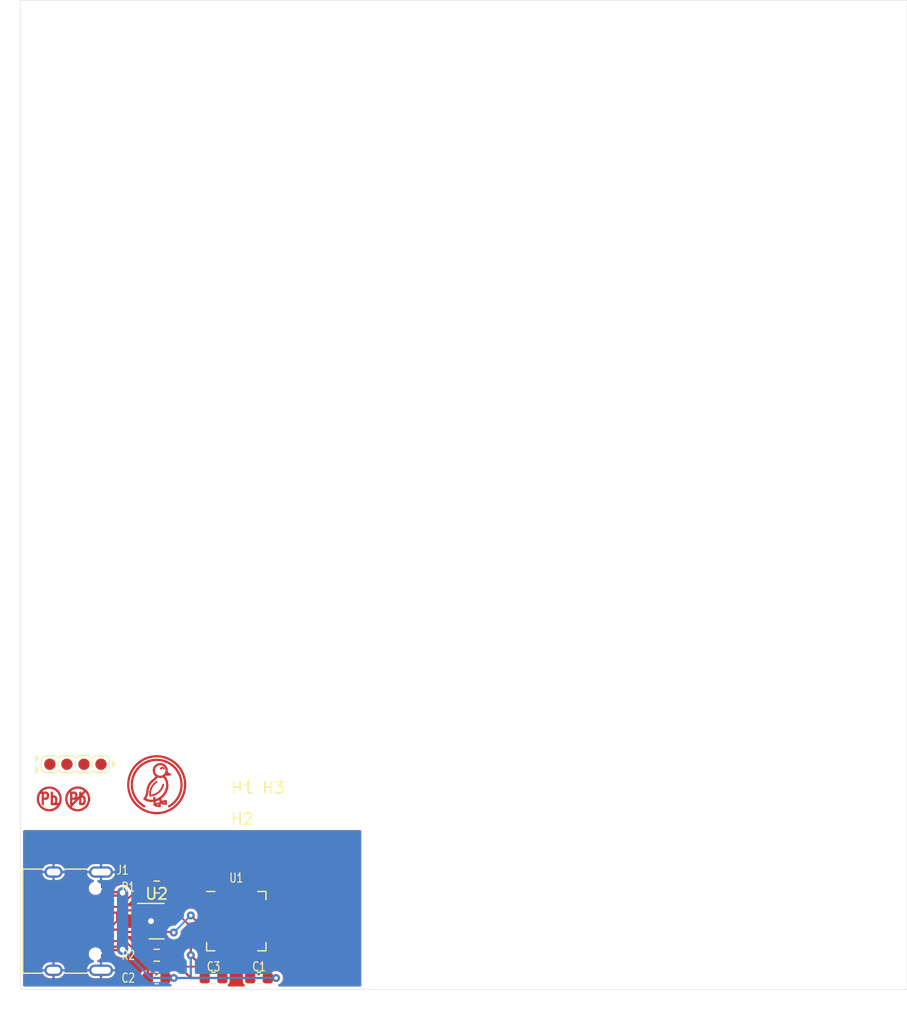
<source format=kicad_pcb>
(kicad_pcb (version 20211014) (generator pcbnew)
  (layers (0 "F.Cu" signal "Front") (31 "B.Cu" signal "Back") (34 "B.Paste" user) (35 "F.Paste" user) (36 "B.SilkS" user "B.Silkscreen") (37 "F.SilkS" user "F.Silkscreen") (38 "B.Mask" user) (39 "F.Mask" user) (44 "Edge.Cuts" user))
  (net 0 "")
  (net 1 "gnd")
  (net 2 "usb_chain_0.d_N")
  (net 3 "vusb")
  (net 4 "usb_chain_0.d_P")
  (net 5 "usbconv.uart.tx")
  (net 6 "usbconv.uart.rx")
  (net 7 "usbconv.rts")
  (net 8 "usbconv.ri")
  (net 9 "usbconv.ic.vdd")
  (net 10 "usbconv.dtr")
  (net 11 "usbconv.dsr")
  (net 12 "usbconv.dcd")
  (net 13 "usbconv.cts")
  (net 14 "usb_uart.conn.B5")
  (net 15 "usb_uart.conn.A5")
  (footprint "edg:Indicator_IdDots_4" (layer "F.Cu") (at 30.85 168.2)
    (fp_text reference "U5" hide)
    (fp_text value "IdDots4")
    (fp_circle (center -2.25 0) (end -2 0) (layer "F.Cu") (width 0.5) (fill none))
    (fp_circle (center 0.75 0) (end 1 0) (layer "F.Cu") (width 0.5) (fill none))
    (fp_circle (center 2.25 0) (end 2.5 0) (layer "F.Cu") (width 0.5) (fill none))
    (fp_circle (center -0.75 0) (end -0.5 0) (layer "F.Cu") (width 0.5) (fill none))
    (fp_line (start 1.5 0.5) (end 1.75 0.75) (layer "F.SilkS") (width 0.1))
    (fp_line (start 3.5 0) (end 3.25 0.25) (layer "F.SilkS") (width 0.1))
    (fp_line (start -1.75 -0.75) (end -2.75 -0.75) (layer "F.SilkS") (width 0.1))
    (fp_line (start -1.5 0.5) (end -1.25 0.75) (layer "F.SilkS") (width 0.1))
    (fp_line (start -1.5 0.25) (end -1.5 -0.25) (layer "F.SilkS") (width 0.1))
    (fp_line (start -3.5 -0.75) (end -3.25 -0.5) (layer "F.SilkS") (width 0.1))
    (fp_line (start 2.75 -0.75) (end 1.75 -0.75) (layer "F.SilkS") (width 0.1))
    (fp_line (start -1.25 0.75) (end -0.25 0.75) (layer "F.SilkS") (width 0.1))
    (fp_line (start 0 0.5) (end 0.25 0.75) (layer "F.SilkS") (width 0.1))
    (fp_line (start -1.75 0.75) (end -1.5 0.5) (layer "F.SilkS") (width 0.1))
    (fp_line (start -0.25 0.75) (end 0 0.5) (layer "F.SilkS") (width 0.1))
    (fp_line (start 3.25 0.25) (end 3.25 -0.25) (layer "F.SilkS") (width 0.1))
    (fp_line (start -0.25 -0.75) (end -1.25 -0.75) (layer "F.SilkS") (width 0.1))
    (fp_line (start 1.75 0.75) (end 2.75 0.75) (layer "F.SilkS") (width 0.1))
    (fp_line (start 1.5 0.25) (end 1.5 -0.25) (layer "F.SilkS") (width 0.1))
    (fp_line (start -3 -0.5) (end -3 0.5) (layer "F.SilkS") (width 0.1))
    (fp_line (start 1.25 -0.75) (end 0.25 -0.75) (layer "F.SilkS") (width 0.1))
    (fp_line (start 0.25 -0.75) (end 0 -0.5) (layer "F.SilkS") (width 0.1))
    (fp_line (start -1.25 -0.75) (end -1.5 -0.5) (layer "F.SilkS") (width 0.1))
    (fp_line (start 3 -0.5) (end 2.75 -0.75) (layer "F.SilkS") (width 0.1))
    (fp_line (start 1.5 -0.5) (end 1.25 -0.75) (layer "F.SilkS") (width 0.1))
    (fp_line (start 1.75 -0.75) (end 1.5 -0.5) (layer "F.SilkS") (width 0.1))
    (fp_line (start -3.5 -0.25) (end -3.5 -0.75) (layer "F.SilkS") (width 0.1))
    (fp_line (start -3.5 0.75) (end -3.5 0.25) (layer "F.SilkS") (width 0.1))
    (fp_line (start -2.75 -0.75) (end -3 -0.5) (layer "F.SilkS") (width 0.1))
    (fp_line (start 3.25 -0.25) (end 3.5 0) (layer "F.SilkS") (width 0.1))
    (fp_line (start -1.5 -0.5) (end -1.75 -0.75) (layer "F.SilkS") (width 0.1))
    (fp_line (start 2.75 0.75) (end 3 0.5) (layer "F.SilkS") (width 0.1))
    (fp_line (start 0 -0.5) (end -0.25 -0.75) (layer "F.SilkS") (width 0.1))
    (fp_line (start 0 0.25) (end 0 -0.25) (layer "F.SilkS") (width 0.1))
    (fp_line (start -3.25 -0.5) (end -3.5 -0.25) (layer "F.SilkS") (width 0.1))
    (fp_line (start -2.75 0.75) (end -1.75 0.75) (layer "F.SilkS") (width 0.1))
    (fp_line (start 1.25 0.75) (end 1.5 0.5) (layer "F.SilkS") (width 0.1))
    (fp_line (start 3 0.5) (end 3 -0.5) (layer "F.SilkS") (width 0.1))
    (fp_line (start -3 0.5) (end -2.75 0.75) (layer "F.SilkS") (width 0.1))
    (fp_line (start -3.25 0.5) (end -3.5 0.75) (layer "F.SilkS") (width 0.1))
    (fp_line (start 0.25 0.75) (end 1.25 0.75) (layer "F.SilkS") (width 0.1))
    (fp_line (start -3.5 0.25) (end -3.25 0.5) (layer "F.SilkS") (width 0.1))
  )
  (footprint "edg:Indicator_LeadFree" (layer "F.Cu") (at 29.8 171.25)
    (fp_text reference "U4" hide)
    (fp_text value "LeadFree" hide)
    (fp_text user "Pb" (at 1.25 0) (layer "F.Cu") (effects (font (size 1 0.8) (thickness 0.2))))
    (fp_text user "Pb" (at -1.25 0) (layer "F.Cu") (effects (font (size 1 0.8) (thickness 0.2))))
    (fp_line (start 0.6 0.7) (end 1.9 -0.7) (layer "F.Cu") (width 0.2))
    (fp_line (start -2.05 -0.55) (end -1.8 -0.55) (layer "F.Cu") (width 0.2))
    (fp_line (start -0.8 0.45) (end -0.4 0.45) (layer "F.Cu") (width 0.2))
    (fp_circle (center -1.25 0) (end -0.25 0) (layer "F.Cu") (width 0.2) (fill none))
    (fp_circle (center 1.25 0) (end 2.25 0) (layer "F.Cu") (width 0.2) (fill none))
  )
  (footprint "Resistor_SMD:R_0603_1608Metric" (layer "F.Cu") (at 38 185 180)
    (fp_text reference "R2" (at 2.5 0) (layer "F.SilkS") (effects (font (size 0.8 0.6) (thickness 0.1))))
    (fp_text value "")
    (fp_line (start -0.237258 0.5225) (end 0.237258 0.5225) (layer "F.SilkS") (width 0.12))
    (fp_line (start -0.237258 -0.5225) (end 0.237258 -0.5225) (layer "F.SilkS") (width 0.12))
    (pad "1" smd roundrect (at -0.825 0 180) (size 0.8 0.95) (layers "F.Cu" "F.Paste" "F.Mask") (net 1 "gnd"))
    (pad "2" smd roundrect (at 0.825 0 180) (size 0.8 0.95) (layers "F.Cu" "F.Paste" "F.Mask") (net 14 "usb_uart.conn.B5"))
  )
  (footprint "edg:JlcToolingHole_1.152mm" (layer "F.Cu") (at 45.525 171.025)
    (fp_text reference "H2" (at 0 2) (layer "F.SilkS"))
    (fp_text value "")
    (pad "" np_thru_hole circle locked (at 0 0) (size 1.152 1.152) (drill 1.152) (layers *.Cu *.Mask))
  )
  (footprint "edg:Symbol_Duckling" (layer "F.Cu") (at 38 170)
    (fp_text reference "U3" hide)
    (fp_text value "Duck" hide)
    (fp_line (start 0.937407 0.022451) (end 0.895035 -0.27405) (layer "F.Cu") (width 0.2))
    (fp_line (start -0.150743 1.768905) (end -0.2 1.39571) (layer "F.Cu") (width 0.2))
    (fp_line (start -0.807277 1.374087) (end -0.51095 1.424715) (layer "F.Cu") (width 0.2))
    (fp_line (start 0.895035 -0.27405) (end 0.778054 -0.54137) (layer "F.Cu") (width 0.2))
    (fp_line (start 0.382558 1.56145) (end 0.273702 1.202597) (layer "F.Cu") (width 0.2))
    (fp_line (start 0.379085 1.128065) (end 0.614398 0.900241) (layer "F.Cu") (width 0.2))
    (fp_line (start -0.201673 1.39873) (end 0.101295 1.297751) (layer "F.Cu") (width 0.2))
    (fp_line (start 0.792579 0.628467) (end 0.902531 0.329667) (layer "F.Cu") (width 0.2))
    (fp_line (start 0.902531 0.329667) (end 0.937407 0.022451) (layer "F.Cu") (width 0.2))
    (fp_line (start -0.2 1.39571) (end -0.212004 1.146914) (layer "F.Cu") (width 0.2))
    (fp_line (start -0.51095 1.424715) (end -0.201673 1.39873) (layer "F.Cu") (width 0.2))
    (fp_line (start -1.072198 1.25) (end -0.807277 1.374087) (layer "F.Cu") (width 0.2))
    (fp_line (start 0.778054 -0.54137) (end 0.59375 -0.762861) (layer "F.Cu") (width 0.2))
    (fp_line (start 0.101295 1.297751) (end 0.379085 1.128065) (layer "F.Cu") (width 0.2))
    (fp_line (start 0.614398 0.900241) (end 0.792579 0.628467) (layer "F.Cu") (width 0.2))
    (fp_arc (start 0.820058 1.68645) (mid 0.757558 1.62395) (end 0.820058 1.56145) (layer "F.Cu") (width 0.16))
    (fp_arc (start 0.575946 0.000734) (mid 0.159981 0.670103) (end -0.573812 0.957555) (layer "F.Cu") (width 0.16))
    (fp_arc (start -0.213115 1.768832) (mid 0.02807 1.671354) (end 0.286757 1.643905) (layer "F.Cu") (width 0.16))
    (fp_arc (start 1.178844 -0.891296) (mid 0.969127 -0.866753) (end 0.763205 -0.913443) (layer "F.Cu") (width 0.16))
    (fp_arc (start 0.819911 1.686455) (mid 0.561228 1.658966) (end 0.320058 1.56145) (layer "F.Cu") (width 0.16))
    (fp_arc (start -0.809366 0.547561) (mid -0.66162 0.021386) (end -0.303506 -0.391461) (layer "F.Cu") (width 0.2))
    (fp_arc (start 0.28661 1.89391) (mid 0.027927 1.866421) (end -0.213243 1.768905) (layer "F.Cu") (width 0.16))
    (fp_arc (start 0.320186 1.561377) (mid 0.561371 1.463899) (end 0.820058 1.43645) (layer "F.Cu") (width 0.16))
    (fp_arc (start -0.573838 0.957346) (mid -0.465724 0.276787) (end -0.013396 -0.243068) (layer "F.Cu") (width 0.16))
    (fp_arc (start 0.37926 -1.407352) (mid 0.5 -1.499999) (end 0.62074 -1.407352) (layer "F.Cu") (width 0.16))
    (fp_arc (start 0.820058 1.56145) (mid 0.757558 1.49895) (end 0.820058 1.43645) (layer "F.Cu") (width 0.16))
    (fp_arc (start 0.286757 1.893905) (mid 0.224257 1.831405) (end 0.286757 1.768905) (layer "F.Cu") (width 0.16))
    (fp_arc (start 0.286757 1.768905) (mid 0.224257 1.706405) (end 0.286757 1.643905) (layer "F.Cu") (width 0.16))
    (fp_arc (start 0.03125 -0.762861) (mid -0.117369 -0.560252) (end -0.303506 -0.391461) (layer "F.Cu") (width 0.2))
    (fp_arc (start -0.809364 0.547562) (mid -0.886856 0.918958) (end -1.072198 1.25) (layer "F.Cu") (width 0.2))
    (fp_arc (start 1.178836 -0.891151) (mid 1.000173 -1.003684) (end 0.869178 -1.169286) (layer "F.Cu") (width 0.16))
    (fp_arc (start -1.09375 1.894429) (mid 0.000001 -2.187499) (end 1.093749 1.89443) (layer "F.Cu") (width 0.2))
    (fp_circle (center 0.3125 -1.25) (end 0.875 -1.25) (layer "F.Cu") (width 0.2) (fill none))
    (fp_circle (center 0 0) (end 2.5 0) (layer "F.Cu") (width 0.2) (fill none))
  )
  (footprint "Resistor_SMD:R_0603_1608Metric" (layer "F.Cu") (at 38 179 180)
    (fp_text reference "R1" (at 2.5 0) (layer "F.SilkS") (effects (font (size 0.8 0.6) (thickness 0.1))))
    (fp_text value "")
    (fp_line (start -0.237258 0.5225) (end 0.237258 0.5225) (layer "F.SilkS") (width 0.12))
    (fp_line (start -0.237258 -0.5225) (end 0.237258 -0.5225) (layer "F.SilkS") (width 0.12))
    (pad "1" smd roundrect (at -0.825 0 180) (size 0.8 0.95) (layers "F.Cu" "F.Paste" "F.Mask") (net 1 "gnd"))
    (pad "2" smd roundrect (at 0.825 0 180) (size 0.8 0.95) (layers "F.Cu" "F.Paste" "F.Mask") (net 15 "usb_uart.conn.A5"))
  )
  (footprint "Capacitor_SMD:C_0603_1608Metric" (layer "F.Cu") (at 38 187 180)
    (fp_text reference "C2" (at 2.5 0) (layer "F.SilkS") (effects (font (size 0.8 0.6) (thickness 0.1))))
    (fp_text value "")
    (fp_line (start -0.14058 -0.51) (end 0.14058 -0.51) (layer "F.SilkS") (width 0.12))
    (fp_line (start -0.14058 0.51) (end 0.14058 0.51) (layer "F.SilkS") (width 0.12))
    (pad "1" smd roundrect (at -0.775 0 180) (size 0.9 0.95) (layers "F.Cu" "F.Paste" "F.Mask") (net 3 "vusb"))
    (pad "2" smd roundrect (at 0.775 0 180) (size 0.9 0.95) (layers "F.Cu" "F.Paste" "F.Mask") (net 1 "gnd"))
  )
  (footprint "Capacitor_SMD:C_0603_1608Metric" (layer "F.Cu") (at 47 187 180)
    (fp_text reference "C1" (at 0 1) (layer "F.SilkS") (effects (font (size 0.8 0.6) (thickness 0.1))))
    (fp_text value "")
    (fp_line (start -0.14058 0.51) (end 0.14058 0.51) (layer "F.SilkS") (width 0.12))
    (fp_line (start -0.14058 -0.51) (end 0.14058 -0.51) (layer "F.SilkS") (width 0.12))
    (pad "1" smd roundrect (at -0.775 0 180) (size 0.9 0.95) (layers "F.Cu" "F.Paste" "F.Mask") (net 3 "vusb"))
    (pad "2" smd roundrect (at 0.775 0 180) (size 0.9 0.95) (layers "F.Cu" "F.Paste" "F.Mask") (net 1 "gnd"))
  )
  (footprint "edg:JlcToolingHole_1.152mm" (layer "F.Cu") (at 48.275 168.275)
    (fp_text reference "H3" (at 0 2) (layer "F.SilkS"))
    (fp_text value "")
    (pad "" np_thru_hole circle locked (at 0 0) (size 1.152 1.152) (drill 1.152) (layers *.Cu *.Mask))
  )
  (footprint "Connector_USB:USB_C_Receptacle_XKB_U262-16XN-4BVC11" (layer "F.Cu") (at 30 182 -90)
    (fp_text reference "J1" (at -4.5 -5) (layer "F.SilkS") (effects (font (size 0.8 0.6) (thickness 0.1))))
    (fp_text value "COM-15111 (Sparkfun)")
    (fp_line (start 4.58 0.07) (end 4.58 -1.85) (layer "F.SilkS") (width 0.12))
    (fp_line (start 4.58 3.785) (end -4.58 3.785) (layer "F.SilkS") (width 0.12))
    (fp_line (start -4.58 3.785) (end -4.58 2.08) (layer "F.SilkS") (width 0.12))
    (fp_line (start -4.58 -1.85) (end -4.58 0.07) (layer "F.SilkS") (width 0.12))
    (fp_line (start 4.58 2.08) (end 4.58 3.785) (layer "F.SilkS") (width 0.12))
    (pad "" np_thru_hole circle (at 2.89 -2.605 270) (size 0.65 0.65) (drill 0.65) (layers *.Cu *.Mask))
    (pad "" np_thru_hole circle (at -2.89 -2.605 270) (size 0.65 0.65) (drill 0.65) (layers *.Cu *.Mask))
    (pad "A1" smd rect (at -3.35 -3.67 270) (size 0.3 1.15) (layers "F.Cu" "F.Paste" "F.Mask") (net 1 "gnd"))
    (pad "A4" smd rect (at -2.55 -3.67 270) (size 0.3 1.15) (layers "F.Cu" "F.Paste" "F.Mask") (net 3 "vusb"))
    (pad "A5" smd rect (at -1.25 -3.67 270) (size 0.3 1.15) (layers "F.Cu" "F.Paste" "F.Mask") (net 15 "usb_uart.conn.A5"))
    (pad "A6" smd rect (at -0.25 -3.67 270) (size 0.3 1.15) (layers "F.Cu" "F.Paste" "F.Mask") (net 4 "usb_chain_0.d_P"))
    (pad "A7" smd rect (at 0.25 -3.67 270) (size 0.3 1.15) (layers "F.Cu" "F.Paste" "F.Mask") (net 2 "usb_chain_0.d_N"))
    (pad "A8" smd rect (at 1.25 -3.67 270) (size 0.3 1.15) (layers "F.Cu" "F.Paste" "F.Mask"))
    (pad "A9" smd rect (at 2.55 -3.67 270) (size 0.3 1.15) (layers "F.Cu" "F.Paste" "F.Mask") (net 3 "vusb"))
    (pad "A12" smd rect (at 3.35 -3.67 270) (size 0.3 1.15) (layers "F.Cu" "F.Paste" "F.Mask") (net 1 "gnd"))
    (pad "B1" smd rect (at 3.05 -3.67 270) (size 0.3 1.15) (layers "F.Cu" "F.Paste" "F.Mask") (net 1 "gnd"))
    (pad "B4" smd rect (at 2.25 -3.67 270) (size 0.3 1.15) (layers "F.Cu" "F.Paste" "F.Mask") (net 3 "vusb"))
    (pad "B5" smd rect (at 1.75 -3.67 270) (size 0.3 1.15) (layers "F.Cu" "F.Paste" "F.Mask") (net 14 "usb_uart.conn.B5"))
    (pad "B6" smd rect (at 0.75 -3.67 270) (size 0.3 1.15) (layers "F.Cu" "F.Paste" "F.Mask") (net 4 "usb_chain_0.d_P"))
    (pad "B7" smd rect (at -0.75 -3.67 270) (size 0.3 1.15) (layers "F.Cu" "F.Paste" "F.Mask") (net 2 "usb_chain_0.d_N"))
    (pad "B8" smd rect (at -1.75 -3.67 270) (size 0.3 1.15) (layers "F.Cu" "F.Paste" "F.Mask"))
    (pad "B9" smd rect (at -2.25 -3.67 270) (size 0.3 1.15) (layers "F.Cu" "F.Paste" "F.Mask") (net 3 "vusb"))
    (pad "B12" smd rect (at -3.05 -3.67 270) (size 0.3 1.15) (layers "F.Cu" "F.Paste" "F.Mask") (net 1 "gnd"))
    (pad "S1" thru_hole oval (at 4.32 -3.105 270) (size 1 2.1) (drill oval 0.6 1.7) (layers *.Cu *.Mask) (net 1 "gnd"))
    (pad "S1" thru_hole oval (at 4.32 1.075 270) (size 1 1.6) (drill oval 0.6 1.2) (layers *.Cu *.Mask) (net 1 "gnd"))
    (pad "S1" thru_hole oval (at -4.32 1.075 270) (size 1 1.6) (drill oval 0.6 1.2) (layers *.Cu *.Mask) (net 1 "gnd"))
    (pad "S1" thru_hole oval (at -4.32 -3.105 270) (size 1 2.1) (drill oval 0.6 1.7) (layers *.Cu *.Mask) (net 1 "gnd"))
  )
  (footprint "Package_DFN_QFN:QFN-28-1EP_5x5mm_P0.5mm_EP3.35x3.35mm" (layer "F.Cu") (at 45 182)
    (fp_text reference "U1" (at 0 -3.8) (layer "F.SilkS") (effects (font (size 0.8 0.6) (thickness 0.1))))
    (fp_text value "CP2102 (Silicon Labs)")
    (fp_line (start 1.885 2.61) (end 2.61 2.61) (layer "F.SilkS") (width 0.12))
    (fp_line (start 1.885 -2.61) (end 2.61 -2.61) (layer "F.SilkS") (width 0.12))
    (fp_line (start 2.61 -2.61) (end 2.61 -1.885) (layer "F.SilkS") (width 0.12))
    (fp_line (start -2.61 2.61) (end -2.61 1.885) (layer "F.SilkS") (width 0.12))
    (fp_line (start -1.885 -2.61) (end -2.61 -2.61) (layer "F.SilkS") (width 0.12))
    (fp_line (start -1.885 2.61) (end -2.61 2.61) (layer "F.SilkS") (width 0.12))
    (fp_line (start 2.61 2.61) (end 2.61 1.885) (layer "F.SilkS") (width 0.12))
    (pad "1" smd roundrect (at -2.45 -1.5) (size 0.8 0.25) (layers "F.Cu" "F.Paste" "F.Mask") (net 12 "usbconv.dcd"))
    (pad "2" smd roundrect (at -2.45 -1) (size 0.8 0.25) (layers "F.Cu" "F.Paste" "F.Mask") (net 8 "usbconv.ri"))
    (pad "3" smd roundrect (at -2.45 -0.5) (size 0.8 0.25) (layers "F.Cu" "F.Paste" "F.Mask") (net 1 "gnd"))
    (pad "4" smd roundrect (at -2.45 0) (size 0.8 0.25) (layers "F.Cu" "F.Paste" "F.Mask") (net 4 "usb_chain_0.d_P"))
    (pad "5" smd roundrect (at -2.45 0.5) (size 0.8 0.25) (layers "F.Cu" "F.Paste" "F.Mask") (net 2 "usb_chain_0.d_N"))
    (pad "6" smd roundrect (at -2.45 1) (size 0.8 0.25) (layers "F.Cu" "F.Paste" "F.Mask") (net 9 "usbconv.ic.vdd"))
    (pad "7" smd roundrect (at -2.45 1.5) (size 0.8 0.25) (layers "F.Cu" "F.Paste" "F.Mask") (net 3 "vusb"))
    (pad "8" smd roundrect (at -1.5 2.45) (size 0.25 0.8) (layers "F.Cu" "F.Paste" "F.Mask") (net 3 "vusb"))
    (pad "9" smd roundrect (at -1 2.45) (size 0.25 0.8) (layers "F.Cu" "F.Paste" "F.Mask") (net 9 "usbconv.ic.vdd"))
    (pad "10" smd roundrect (at -0.5 2.45) (size 0.25 0.8) (layers "F.Cu" "F.Paste" "F.Mask"))
    (pad "11" smd roundrect (at 0 2.45) (size 0.25 0.8) (layers "F.Cu" "F.Paste" "F.Mask"))
    (pad "12" smd roundrect (at 0.5 2.45) (size 0.25 0.8) (layers "F.Cu" "F.Paste" "F.Mask"))
    (pad "13" smd roundrect (at 1 2.45) (size 0.25 0.8) (layers "F.Cu" "F.Paste" "F.Mask"))
    (pad "14" smd roundrect (at 1.5 2.45) (size 0.25 0.8) (layers "F.Cu" "F.Paste" "F.Mask"))
    (pad "15" smd roundrect (at 2.45 1.5) (size 0.8 0.25) (layers "F.Cu" "F.Paste" "F.Mask"))
    (pad "16" smd roundrect (at 2.45 1) (size 0.8 0.25) (layers "F.Cu" "F.Paste" "F.Mask"))
    (pad "17" smd roundrect (at 2.45 0.5) (size 0.8 0.25) (layers "F.Cu" "F.Paste" "F.Mask"))
    (pad "18" smd roundrect (at 2.45 0) (size 0.8 0.25) (layers "F.Cu" "F.Paste" "F.Mask"))
    (pad "19" smd roundrect (at 2.45 -0.5) (size 0.8 0.25) (layers "F.Cu" "F.Paste" "F.Mask"))
    (pad "20" smd roundrect (at 2.45 -1) (size 0.8 0.25) (layers "F.Cu" "F.Paste" "F.Mask"))
    (pad "21" smd roundrect (at 2.45 -1.5) (size 0.8 0.25) (layers "F.Cu" "F.Paste" "F.Mask"))
    (pad "22" smd roundrect (at 1.5 -2.45) (size 0.25 0.8) (layers "F.Cu" "F.Paste" "F.Mask"))
    (pad "23" smd roundrect (at 1 -2.45) (size 0.25 0.8) (layers "F.Cu" "F.Paste" "F.Mask") (net 13 "usbconv.cts"))
    (pad "24" smd roundrect (at 0.5 -2.45) (size 0.25 0.8) (layers "F.Cu" "F.Paste" "F.Mask") (net 7 "usbconv.rts"))
    (pad "25" smd roundrect (at 0 -2.45) (size 0.25 0.8) (layers "F.Cu" "F.Paste" "F.Mask") (net 6 "usbconv.uart.rx"))
    (pad "26" smd roundrect (at -0.5 -2.45) (size 0.25 0.8) (layers "F.Cu" "F.Paste" "F.Mask") (net 5 "usbconv.uart.tx"))
    (pad "27" smd roundrect (at -1 -2.45) (size 0.25 0.8) (layers "F.Cu" "F.Paste" "F.Mask") (net 11 "usbconv.dsr"))
    (pad "28" smd roundrect (at -1.5 -2.45) (size 0.25 0.8) (layers "F.Cu" "F.Paste" "F.Mask") (net 10 "usbconv.dtr"))
    (pad "29" smd rect (at 0 0) (size 3.35 3.35) (layers "F.Cu" "F.Mask"))
  )
  (footprint "Capacitor_SMD:C_0603_1608Metric" (layer "F.Cu") (at 43 187)
    (fp_text reference "C3" (at 0 -1) (layer "F.SilkS") (effects (font (size 0.8 0.6) (thickness 0.1))))
    (fp_text value "")
    (fp_line (start -0.14058 0.51) (end 0.14058 0.51) (layer "F.SilkS") (width 0.12))
    (fp_line (start -0.14058 -0.51) (end 0.14058 -0.51) (layer "F.SilkS") (width 0.12))
    (pad "1" smd roundrect (at -0.775 0) (size 0.9 0.95) (layers "F.Cu" "F.Paste" "F.Mask") (net 9 "usbconv.ic.vdd"))
    (pad "2" smd roundrect (at 0.775 0) (size 0.9 0.95) (layers "F.Cu" "F.Paste" "F.Mask") (net 1 "gnd"))
  )
  (footprint "edg:JlcToolingHole_1.152mm" (layer "F.Cu") (at 45.525 168.275)
    (fp_text reference "H1" (at 0 2) (layer "F.SilkS"))
    (fp_text value "")
    (pad "" np_thru_hole circle locked (at 0 0) (size 1.152 1.152) (drill 1.152) (layers *.Cu *.Mask))
  )
  (footprint "Package_TO_SOT_SMD:SOT-23" (layer "F.Cu") (at 38 182)
    (fp_text reference "U2" (at 0 -2.4) (layer "F.SilkS"))
    (fp_text value "ESDA5V3L (STMicroelectronics)")
    (fp_line (start 0 -1.56) (end -1.675 -1.56) (layer "F.SilkS") (width 0.12))
    (fp_line (start 0 1.56) (end -0.65 1.56) (layer "F.SilkS") (width 0.12))
    (fp_line (start 0 1.56) (end 0.65 1.56) (layer "F.SilkS") (width 0.12))
    (fp_line (start 0 -1.56) (end 0.65 -1.56) (layer "F.SilkS") (width 0.12))
    (pad "1" smd roundrect (at -0.9375 -0.95) (size 1.475 0.6) (layers "F.Cu" "F.Paste" "F.Mask") (net 2 "usb_chain_0.d_N"))
    (pad "2" smd roundrect (at -0.9375 0.95) (size 1.475 0.6) (layers "F.Cu" "F.Paste" "F.Mask") (net 4 "usb_chain_0.d_P"))
    (pad "3" smd roundrect (at 0.9375 0) (size 1.475 0.6) (layers "F.Cu" "F.Paste" "F.Mask") (net 1 "gnd"))
  )
  (gr_rect (start 26 101) (end 104 188) (layer "Edge.Cuts") (width 0.0381) (fill none))
  (segment (start 38.9375 182) (end 37.5 182) (width 0.2) (layer "F.Cu") (net 1))
  (segment (start 38.9375 182) (end 37.5 182) (width 0.2) (layer "F.Cu") (net 1))
  (via (at 37.5 182) (size 0.9) (drill 0.5) (layers "F.Cu" "B.Cu") (net 1))
  (via (at 37.5 182) (size 0.9) (drill 0.5) (layers "F.Cu" "B.Cu") (net 1))
  (segment (start 41 182.5) (end 42.55 182.5) (width 0.16) (layer "F.Cu") (net 2))
  (segment (start 34.5 181.25) (end 34.75 181.25) (width 0.16) (layer "F.Cu") (net 2))
  (segment (start 39.55 181.05) (end 41 182.5) (width 0.16) (layer "F.Cu") (net 2))
  (segment (start 34.75 181.25) (end 34.95 181.05) (width 0.2) (layer "F.Cu") (net 2))
  (segment (start 34.5 182) (end 34.25 182.25) (width 0.16) (layer "F.Cu") (net 2))
  (segment (start 33.67 182.25) (end 34.25 182.25) (width 0.16) (layer "F.Cu") (net 2))
  (segment (start 33.67 181.25) (end 34.75 181.25) (width 0.2) (layer "F.Cu") (net 2))
  (segment (start 37.0625 181.05) (end 39.55 181.05) (width 0.16) (layer "F.Cu") (net 2))
  (segment (start 34.95 181.05) (end 37.0625 181.05) (width 0.2) (layer "F.Cu") (net 2))
  (segment (start 34.5 182) (end 34.5 181.25) (width 0.16) (layer "F.Cu") (net 2))
  (segment (start 33.67 181.25) (end 34.5 181.25) (width 0.16) (layer "F.Cu") (net 2))
  (segment (start 43.5 185) (end 43.5 184.45) (width 0.2) (layer "F.Cu") (net 3))
  (segment (start 38.775 187) (end 39.5 187) (width 0.2) (layer "F.Cu") (net 3))
  (segment (start 34.95 184.55) (end 35 184.5) (width 0.2) (layer "F.Cu") (net 3))
  (segment (start 42.55 183.5) (end 41.5 183.5) (width 0.2) (layer "F.Cu") (net 3))
  (segment (start 34.75 184.25) (end 35 184.5) (width 0.2) (layer "F.Cu") (net 3))
  (segment (start 33.67 179.45) (end 34.95 179.45) (width 0.2) (layer "F.Cu") (net 3))
  (segment (start 41.5 185.5) (end 43 185.5) (width 0.2) (layer "F.Cu") (net 3))
  (segment (start 41 184) (end 41 185) (width 0.2) (layer "F.Cu") (net 3))
  (segment (start 43 185.5) (end 43.5 185) (width 0.2) (layer "F.Cu") (net 3))
  (segment (start 34.75 179.75) (end 35 179.5) (width 0.2) (layer "F.Cu") (net 3))
  (segment (start 41.5 183.5) (end 41 184) (width 0.2) (layer "F.Cu") (net 3))
  (segment (start 33.67 184.55) (end 34.95 184.55) (width 0.2) (layer "F.Cu") (net 3))
  (segment (start 33.67 184.25) (end 34.75 184.25) (width 0.2) (layer "F.Cu") (net 3))
  (segment (start 33.67 179.75) (end 34.75 179.75) (width 0.2) (layer "F.Cu") (net 3))
  (segment (start 48.5 187) (end 47.775 187) (width 0.2) (layer "F.Cu") (net 3))
  (segment (start 41 185) (end 41.5 185.5) (width 0.2) (layer "F.Cu") (net 3))
  (segment (start 34.95 179.45) (end 35 179.5) (width 0.2) (layer "F.Cu") (net 3))
  (via (at 48.5 187) (size 0.7) (drill 0.3) (layers "F.Cu" "B.Cu") (net 3))
  (via (at 41 185) (size 0.7) (drill 0.3) (layers "F.Cu" "B.Cu") (net 3))
  (via (at 35 179.5) (size 0.9) (drill 0.5) (layers "F.Cu" "B.Cu") (net 3))
  (via (at 35 184.5) (size 0.9) (drill 0.5) (layers "F.Cu" "B.Cu") (net 3))
  (via (at 39.5 187) (size 0.7) (drill 0.3) (layers "F.Cu" "B.Cu") (net 3))
  (segment (start 39.5 187) (end 41 187) (width 0.2) (layer "B.Cu") (net 3))
  (segment (start 41 187) (end 48.5 187) (width 0.2) (layer "B.Cu") (net 3))
  (segment (start 35 184.5) (end 37.5 187) (width 0.2) (layer "B.Cu") (net 3))
  (segment (start 41 185) (end 41 187) (width 0.2) (layer "B.Cu") (net 3))
  (segment (start 35 179.5) (end 35 182) (width 1) (layer "B.Cu") (net 3))
  (segment (start 35 182) (end 35 184.5) (width 1) (layer "B.Cu") (net 3))
  (segment (start 37.5 187) (end 39.5 187) (width 0.2) (layer "B.Cu") (net 3))
  (segment (start 41.5 182) (end 41 181.5) (width 0.16) (layer "F.Cu") (net 4))
  (segment (start 34.75 182.75) (end 34.95 182.95) (width 0.2) (layer "F.Cu") (net 4))
  (segment (start 33 182.75) (end 32.75 182.5) (width 0.16) (layer "F.Cu") (net 4))
  (segment (start 39.45 182.95) (end 39.5 183) (width 0.16) (layer "F.Cu") (net 4))
  (segment (start 37.0625 182.95) (end 39.45 182.95) (width 0.16) (layer "F.Cu") (net 4))
  (segment (start 42.55 182) (end 41.5 182) (width 0.16) (layer "F.Cu") (net 4))
  (segment (start 33.67 182.75) (end 33 182.75) (width 0.16) (layer "F.Cu") (net 4))
  (segment (start 33.67 181.75) (end 33 181.75) (width 0.16) (layer "F.Cu") (net 4))
  (segment (start 32.75 182.5) (end 32.75 182) (width 0.16) (layer "F.Cu") (net 4))
  (segment (start 33.67 182.75) (end 34.75 182.75) (width 0.2) (layer "F.Cu") (net 4))
  (segment (start 34.95 182.95) (end 37.0625 182.95) (width 0.2) (layer "F.Cu") (net 4))
  (segment (start 32.75 182) (end 33 181.75) (width 0.16) (layer "F.Cu") (net 4))
  (via (at 39.5 183) (size 0.7) (drill 0.3) (layers "F.Cu" "B.Cu") (net 4))
  (via (at 41 181.5) (size 0.7) (drill 0.3) (layers "F.Cu" "B.Cu") (net 4))
  (segment (start 41 181.5) (end 39.5 183) (width 0.16) (layer "B.Cu") (net 4))
  (segment (start 40 186) (end 41 187) (width 0.2) (layer "F.Cu") (net 9))
  (segment (start 40 184) (end 40 186) (width 0.2) (layer "F.Cu") (net 9))
  (segment (start 41 187) (end 42.225 187) (width 0.2) (layer "F.Cu") (net 9))
  (segment (start 41 183) (end 40 184) (width 0.2) (layer "F.Cu") (net 9))
  (segment (start 43 186) (end 40 186) (width 0.16) (layer "F.Cu") (net 9))
  (segment (start 44 184.45) (end 44 185) (width 0.16) (layer "F.Cu") (net 9))
  (segment (start 44 185) (end 43 186) (width 0.16) (layer "F.Cu") (net 9))
  (segment (start 42.55 183) (end 41 183) (width 0.2) (layer "F.Cu") (net 9))
  (segment (start 33.67 183.75) (end 35.25 183.75) (width 0.16) (layer "F.Cu") (net 14))
  (segment (start 36.5 185) (end 37.175 185) (width 0.16) (layer "F.Cu") (net 14))
  (segment (start 35.25 183.75) (end 36.5 185) (width 0.16) (layer "F.Cu") (net 14))
  (segment (start 34.75 180.75) (end 36.5 179) (width 0.16) (layer "F.Cu") (net 15))
  (segment (start 36.5 179) (end 37.175 179) (width 0.16) (layer "F.Cu") (net 15))
  (segment (start 33.67 180.75) (end 34.75 180.75) (width 0.16) (layer "F.Cu") (net 15))
  (zone (net 1) (net_name "gnd") (layers F&B.Cu) (connect_pads (clearance 0.254)) (min_thickness 0.2) (fill yes (thermal_gap 0.2) (thermal_bridge_width 0.2))
    (polygon (pts (xy 56 190) (xy 25 190) (xy 25 174) (xy 56 174)))
  )
)
</source>
